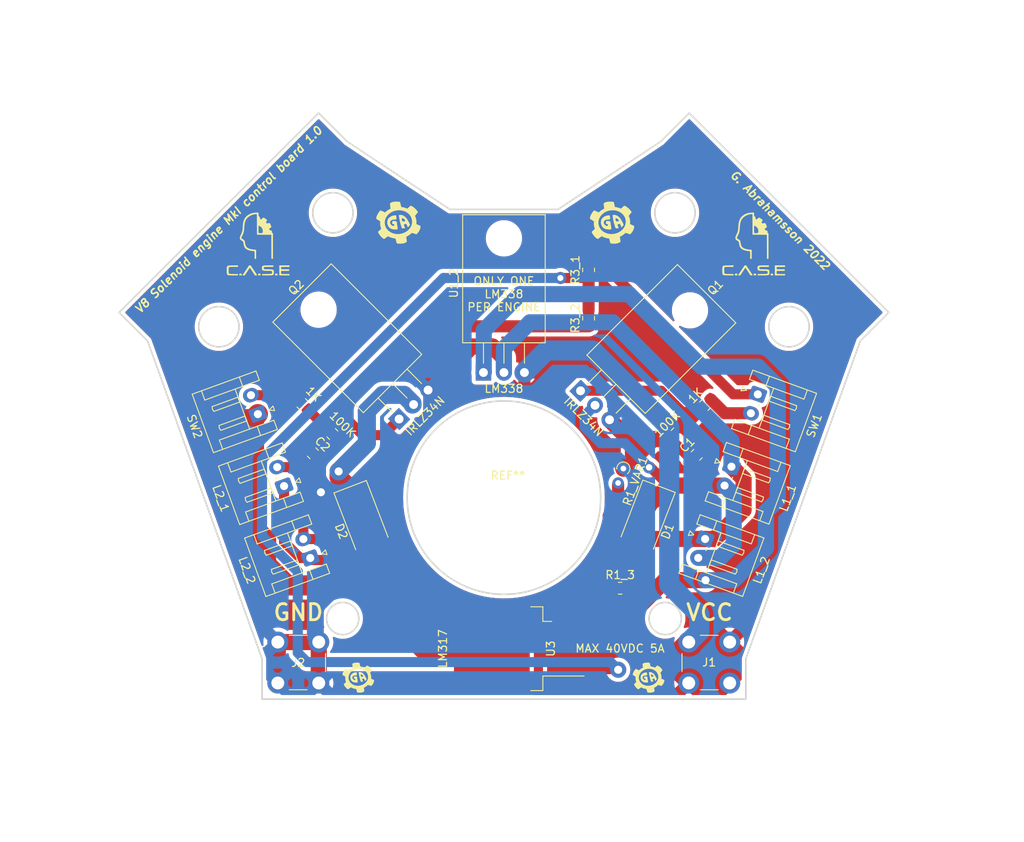
<source format=kicad_pcb>
(kicad_pcb (version 20211014) (generator pcbnew)
  (layers (0 "F.Cu" signal) (31 "B.Cu" signal) (34 "B.Paste" user) (35 "F.Paste" user) (36 "B.SilkS" user "B.Silkscreen") (37 "F.SilkS" user "F.Silkscreen") (38 "B.Mask" user) (39 "F.Mask" user) (44 "Edge.Cuts" user))
  (net 0 "")
  (net 1 "Net-(C1-Pad1)")
  (net 2 "GNDREF")
  (net 3 "Net-(D1-Pad1)")
  (net 4 "VCC")
  (net 5 "Net-(R1_SW1-Pad1)")
  (net 6 "Net-(C2-Pad1)")
  (net 7 "Vdrive")
  (net 8 "Net-(D2-Pad1)")
  (net 9 "Net-(R1_3-Pad1)")
  (net 10 "Net-(R2_SW1-Pad1)")
  (net 11 "VCOM")
  (net 12 "Net-(R3_1-Pad1)")
  (footprint "Resistor_SMD:R_0805_2012Metric_Pad1.20x1.40mm_HandSolder" (layer "F.Cu") (at 114.416198 111.500429)
    (fp_text reference "R1_3" (at 0 -1.65) (layer "F.SilkS"))
    (fp_text value "R1_3")
    (pad "1" smd roundrect (at -1 0) (size 1.2 1.4) (layers "F.Cu" "F.Paste" "F.Mask") (roundrect_rratio 0.2083333333) (net 9 "Net-(R1_3-Pad1)"))
    (pad "2" smd roundrect (at 1 0) (size 1.2 1.4) (layers "F.Cu" "F.Paste" "F.Mask") (roundrect_rratio 0.2083333333) (net 7 "Vdrive"))
  )
  (footprint "Diode_SMD:D_SMA-SMB_Universal_Handsoldering" (layer "F.Cu") (at 82.66 103.43 -69)
    (fp_text reference "D2" (at -0.073319 3.008241 -69) (layer "F.SilkS"))
    (fp_text value "DIODE")
    (pad "1" smd trapezoid (at -2.9 0 291) (size 3.6 1.7) (rect_delta 0.6 0) (layers "F.Cu" "F.Paste" "F.Mask") (net 8 "Net-(D2-Pad1)"))
    (pad "2" smd trapezoid (at 2.9 0 111) (size 3.6 1.7) (rect_delta 0.6 0) (layers "F.Cu" "F.Paste" "F.Mask") (net 7 "Vdrive"))
  )
  (footprint "Package_TO_SOT_THT:TO-220-3_Horizontal_TabDown" (layer "F.Cu") (at 87 90.5 45)
    (fp_text reference "Q2" (at 2.521775 -20.562298 225) (layer "F.SilkS"))
    (fp_text value "IRLZ34N" (at 2.54 2 45) (layer "F.SilkS"))
    (pad "" np_thru_hole oval (at 2.54 -16.66 45) (size 3.5 3.5) (drill 3.5) (layers *.Cu *.Mask))
    (pad "1" thru_hole rect (at 0 0 45) (size 1.905 2) (drill 1.1) (layers *.Cu *.Mask) (net 6 "Net-(C2-Pad1)"))
    (pad "2" thru_hole oval (at 2.54 0 45) (size 1.905 2) (drill 1.1) (layers *.Cu *.Mask) (net 8 "Net-(D2-Pad1)"))
    (pad "3" thru_hole oval (at 5.08 0 45) (size 1.905 2) (drill 1.1) (layers *.Cu *.Mask) (net 2 "GNDREF"))
  )
  (footprint "Diode_SMD:D_SMA-SMB_Universal_Handsoldering" (layer "F.Cu") (at 117.5 103.37 -111)
    (fp_text reference "D1" (at 0 -3 69) (layer "F.SilkS"))
    (fp_text value "DIODE" hide)
    (pad "1" smd trapezoid (at -2.9 0 249) (size 3.6 1.7) (rect_delta 0.6 0) (layers "F.Cu" "F.Paste" "F.Mask") (net 3 "Net-(D1-Pad1)"))
    (pad "2" smd trapezoid (at 2.9 0 69) (size 3.6 1.7) (rect_delta 0.6 0) (layers "F.Cu" "F.Paste" "F.Mask") (net 7 "Vdrive"))
  )
  (footprint "Resistor_SMD:R_0805_2012Metric_Pad1.20x1.40mm_HandSolder" (layer "F.Cu") (at 78.725038 92.351208 -45)
    (fp_text reference "R2" hide)
    (fp_text value "100K" (at 0.058811 -1.734517 -45) (layer "F.SilkS"))
    (pad "1" smd roundrect (at -1 0 315) (size 1.2 1.4) (layers "F.Cu" "F.Paste" "F.Mask") (roundrect_rratio 0.2083333333) (net 6 "Net-(C2-Pad1)"))
    (pad "2" smd roundrect (at 1 0 315) (size 1.2 1.4) (layers "F.Cu" "F.Paste" "F.Mask") (roundrect_rratio 0.2083333333) (net 2 "GNDREF"))
  )
  (footprint "GustavsLibrary:V8outline" (layer "F.Cu") (at 100 100)
    (fp_text reference "REF**" (at 0.5 -2.5 unlocked) (layer "F.SilkS"))
    (fp_text value "V8outline")
    (fp_line (start 19.445436 -43.935424) (end 6.69891 -35.509539) (layer "Edge.Cuts") (width 0.2))
    (fp_line (start -44.194174 -19.186686) (end -47.729708 -22.72222) (layer "Edge.Cuts") (width 0.2))
    (fp_line (start 19.445436 -43.935424) (end 22.98097 -47.470958) (layer "Edge.Cuts") (width 0.2))
    (fp_line (start 30 20.25875) (end 30 25.25875) (layer "Edge.Cuts") (width 0.2))
    (fp_line (start -30 20.25875) (end -44.194174 -19.186686) (layer "Edge.Cuts") (width 0.2))
    (fp_line (start 30 20.25875) (end 44.194174 -19.186686) (layer "Edge.Cuts") (width 0.2))
    (fp_line (start 44.194174 -19.186686) (end 47.729708 -22.72222) (layer "Edge.Cuts") (width 0.2))
    (fp_line (start -22.98097 -47.470958) (end -47.729708 -22.72222) (layer "Edge.Cuts") (width 0.2))
    (fp_line (start -19.445436 -43.935424) (end -6.69891 -35.509539) (layer "Edge.Cuts") (width 0.2))
    (fp_line (start -30 25.25875) (end 30 25.25875) (layer "Edge.Cuts") (width 0.2))
    (fp_line (start 22.98097 -47.470958) (end 47.729708 -22.72222) (layer "Edge.Cuts") (width 0.2))
    (fp_line (start -6.69891 -35.509539) (end 6.69891 -35.509539) (layer "Edge.Cuts") (width 0.2))
    (fp_line (start -30 20.25875) (end -30 25.25875) (layer "Edge.Cuts") (width 0.2))
    (fp_line (start -19.445436 -43.935424) (end -22.98097 -47.470958) (layer "Edge.Cuts") (width 0.2))
    (fp_circle (center 0 0.25875) (end 12 0.25875) (layer "Edge.Cuts") (width 0.2) (fill none))
    (fp_circle (center -20 15.25875) (end -18 15.25875) (layer "Edge.Cuts") (width 0.2) (fill none))
    (fp_circle (center 35.355339 -20.954453) (end 37.855339 -20.954453) (layer "Edge.Cuts") (width 0.2) (fill none))
    (fp_circle (center 20 15.25875) (end 22 15.25875) (layer "Edge.Cuts") (width 0.2) (fill none))
    (fp_circle (center -35.355339 -20.954453) (end -32.855339 -20.954453) (layer "Edge.Cuts") (width 0.2) (fill none))
    (fp_circle (center 21.213203 -35.096589) (end 23.713203 -35.096589) (layer "Edge.Cuts") (width 0.2) (fill none))
    (fp_circle (center -21.213203 -35.096589) (end -18.713203 -35.096589) (layer "Edge.Cuts") (width 0.2) (fill none))
  )
  (footprint "LOGO" (layer "F.Cu") (at 69.538669 69)
    (fp_text reference "G***" hide)
    (fp_text value "LOGO" hide)
  )
  (footprint "Resistor_SMD:R_0805_2012Metric_Pad1.20x1.40mm_HandSolder" (layer "F.Cu") (at 123.91 94.94 -135)
    (fp_text reference "C1" (at -0.026425 1.710121 45) (layer "F.SilkS"))
    (fp_text value "C")
    (pad "1" smd roundrect (at -1 0 225) (size 1.2 1.4) (layers "F.Cu" "F.Paste" "F.Mask") (roundrect_rratio 0.2083333333) (net 1 "Net-(C1-Pad1)"))
    (pad "2" smd roundrect (at 1 0 225) (size 1.2 1.4) (layers "F.Cu" "F.Paste" "F.Mask") (roundrect_rratio 0.2083333333) (net 2 "GNDREF"))
  )
  (footprint "Resistor_SMD:R_0805_2012Metric_Pad1.20x1.40mm_HandSolder" (layer "F.Cu") (at 124.94 88.76 -135)
    (fp_text reference "R1_SW1" hide)
    (fp_text value "1K" (at 0 1.65 45) (layer "F.SilkS"))
    (pad "1" smd roundrect (at -1 0 225) (size 1.2 1.4) (layers "F.Cu" "F.Paste" "F.Mask") (roundrect_rratio 0.2083333333) (net 5 "Net-(R1_SW1-Pad1)"))
    (pad "2" smd roundrect (at 1 0 225) (size 1.2 1.4) (layers "F.Cu" "F.Paste" "F.Mask") (roundrect_rratio 0.2083333333) (net 1 "Net-(C1-Pad1)"))
  )
  (footprint "Connector_JST:JST_EH_S2B-EH_1x02_P2.50mm_Horizontal" (layer "F.Cu") (at 75.980726 107.745364 110)
    (fp_text reference "L2_2" (at 1.25 -7.9 110) (layer "F.SilkS"))
    (fp_text value "L")
    (pad "1" thru_hole roundrect (at 0 0 110) (size 1.7 2) (drill 1) (layers *.Cu *.Mask) (roundrect_rratio 0.1470588235) (net 7 "Vdrive"))
    (pad "2" thru_hole oval (at 2.5 0 110) (size 1.7 2) (drill 1) (layers *.Cu *.Mask) (net 8 "Net-(D2-Pad1)"))
  )
  (footprint "Connector:CalTest_CT3151" (layer "F.Cu") (at 71.954299 118.179485)
    (fp_text reference "J2" (at 2.5345 2.57484) (layer "F.SilkS"))
    (fp_text value "GND 4mm banana CT3151")
    (pad "1" thru_hole circle (at 0 5.08) (size 2.6 2.6) (drill 1.6) (layers *.Cu *.Mask) (net 2 "GNDREF"))
    (pad "1" thru_hole circle (at 5.08 0) (size 2.6 2.6) (drill 1.6) (layers *.Cu *.Mask) (net 2 "GNDREF"))
    (pad "1" thru_hole circle (at 0 0) (size 2.6 2.6) (drill 1.6) (layers *.Cu *.Mask) (net 2 "GNDREF"))
    (pad "1" thru_hole circle (at 5.08 5.08) (size 2.6 2.6) (drill 1.6) (layers *.Cu *.Mask) (net 2 "GNDREF"))
  )
  (footprint "Connector_JST:JST_EH_S2B-EH_1x02_P2.50mm_Horizontal" (layer "F.Cu") (at 128.218033 96.410198 -110)
    (fp_text reference "L1_1" (at 1.25 -7.9 70) (layer "F.SilkS"))
    (fp_text value "L")
    (pad "1" thru_hole roundrect (at 0 0 250) (size 1.7 2) (drill 1) (layers *.Cu *.Mask) (roundrect_rratio 0.1470588235) (net 7 "Vdrive"))
    (pad "2" thru_hole oval (at 2.5 0 250) (size 1.7 2) (drill 1) (layers *.Cu *.Mask) (net 3 "Net-(D1-Pad1)"))
  )
  (footprint "LOGO" (layer "F.Cu") (at 118 122.5)
    (fp_text reference "G***" hide)
    (fp_text value "LOGO" hide)
  )
  (footprint "LOGO" (layer "F.Cu") (at 87 66)
    (fp_text reference "G***" hide)
    (fp_text value "LOGO" hide)
  )
  (footprint "Package_TO_SOT_THT:TO-220-3_Horizontal_TabDown" (layer "F.Cu") (at 97.46 84.73)
    (fp_text reference "U1_2" (at -3.681884 -11.100581 90) (layer "F.SilkS"))
    (fp_text value "LM338" (at 2.54 2) (layer "F.SilkS"))
    (pad "" np_thru_hole oval (at 2.54 -16.66) (size 3.5 3.5) (drill 3.5) (layers *.Cu *.Mask))
    (pad "1" thru_hole rect (at 0 0) (size 1.905 2) (drill 1.1) (layers *.Cu *.Mask) (net 9 "Net-(R1_3-Pad1)"))
    (pad "2" thru_hole oval (at 2.54 0) (size 1.905 2) (drill 1.1) (layers *.Cu *.Mask) (net 7 "Vdrive"))
    (pad "3" thru_hole oval (at 5.08 0) (size 1.905 2) (drill 1.1) (layers *.Cu *.Mask) (net 4 "VCC"))
  )
  (footprint "Resistor_SMD:R_0805_2012Metric_Pad1.20x1.40mm_HandSolder" (layer "F.Cu") (at 110.5 78 90)
    (fp_text reference "R3_2" (at 0 -1.65 90) (layer "F.SilkS"))
    (fp_text value "R3_2")
    (pad "1" smd roundrect (at -1 0 90) (size 1.2 1.4) (layers "F.Cu" "F.Paste" "F.Mask") (roundrect_rratio 0.2083333333) (net 2 "GNDREF"))
    (pad "2" smd roundrect (at 1 0 90) (size 1.2 1.4) (layers "F.Cu" "F.Paste" "F.Mask") (roundrect_rratio 0.2083333333) (net 12 "Net-(R3_1-Pad1)"))
  )
  (footprint "Resistor_THT:R_Axial_DIN0204_L3.6mm_D1.6mm_P1.90mm_Vertical" (layer "F.Cu") (at 114.809528 96.649578 -110)
    (fp_text reference "R1_VAR1" (at 0.95 -1.92 70) (layer "F.SilkS"))
    (fp_text value "R_Variable")
    (pad "1" thru_hole circle (at 0 0 250) (size 1.4 1.4) (drill 0.7) (layers *.Cu *.Mask) (net 2 "GNDREF"))
    (pad "2" thru_hole oval (at 1.9 0 250) (size 1.4 1.4) (drill 0.7) (layers *.Cu *.Mask) (net 9 "Net-(R1_3-Pad1)"))
  )
  (footprint "Connector_JST:JST_EH_S2B-EH_1x02_P2.50mm_Horizontal" (layer "F.Cu") (at 69.482343 89.891204 110)
    (fp_text reference "SW2" (at 1.25 -7.9 110) (layer "F.SilkS"))
    (fp_text value "SW_SPST")
    (pad "1" thru_hole roundrect (at 0 0 110) (size 1.7 2) (drill 1) (layers *.Cu *.Mask) (roundrect_rratio 0.1470588235) (net 11 "VCOM"))
    (pad "2" thru_hole oval (at 2.5 0 110) (size 1.7 2) (drill 1) (layers *.Cu *.Mask) (net 10 "Net-(R2_SW1-Pad1)"))
  )
  (footprint "Resistor_SMD:R_0805_2012Metric_Pad1.20x1.40mm_HandSolder" (layer "F.Cu") (at 75.017931 88.644101 -45)
    (fp_text reference "R2_SW1" hide)
    (fp_text value "1K" (at 0.09283 -1.841543 135) (layer "F.SilkS"))
    (pad "1" smd roundrect (at -1 0 315) (size 1.2 1.4) (layers "F.Cu" "F.Paste" "F.Mask") (roundrect_rratio 0.2083333333) (net 10 "Net-(R2_SW1-Pad1)"))
    (pad "2" smd roundrect (at 1 0 315) (size 1.2 1.4) (layers "F.Cu" "F.Paste" "F.Mask") (roundrect_rratio 0.2083333333) (net 6 "Net-(C2-Pad1)"))
  )
  (footprint "Connector:CalTest_CT3151" (layer "F.Cu") (at 128 123.259485 180)
    (fp_text reference "J1" (at 2.551316 2.562401) (layer "F.SilkS"))
    (fp_text value "VCC 4mm banana CT3151")
    (pad "1" thru_hole circle (at 5.08 0 180) (size 2.6 2.6) (drill 1.6) (layers *.Cu *.Mask) (net 4 "VCC"))
    (pad "1" thru_hole circle (at 5.08 5.08 180) (size 2.6 2.6) (drill 1.6) (layers *.Cu *.Mask) (net 4 "VCC"))
    (pad "1" thru_hole circle (at 0 0 180) (size 2.6 2.6) (drill 1.6) (layers *.Cu *.Mask) (net 4 "VCC"))
    (pad "1" thru_hole circle (at 0 5.08 180) (size 2.6 2.6) (drill 1.6) (layers *.Cu *.Mask) (net 4 "VCC"))
  )
  (footprint "Package_TO_SOT_THT:TO-220-3_Horizontal_TabDown" (layer "F.Cu") (at 109.5 87 -45)
    (fp_text reference "Q1" (at 2.753858 -20.89861 45) (layer "F.SilkS"))
    (fp_text value "IRLZ34N" (at 2.54 2 135) (layer "F.SilkS"))
    (pad "" np_thru_hole oval (at 2.54 -16.66 315) (size 3.5 3.5) (drill 3.5) (layers *.Cu *.Mask))
    (pad "1" thru_hole rect (at 0 0 315) (size 1.905 2) (drill 1.1) (layers *.Cu *.Mask) (net 1 "Net-(C1-Pad1)"))
    (pad "2" thru_hole oval (at 2.54 0 315) (size 1.905 2) (drill 1.1) (layers *.Cu *.Mask) (net 3 "Net-(D1-Pad1)"))
    (pad "3" thru_hole oval (at 5.08 0 315) (size 1.905 2) (drill 1.1) (layers *.Cu *.Mask) (net 2 "GNDREF"))
  )
  (footprint "Resistor_SMD:R_0805_2012Metric_Pad1.20x1.40mm_HandSolder" (layer "F.Cu") (at 76.307378 94.746197 -45)
    (fp_text reference "C2" (at 0.039167 -1.641374 -45) (layer "F.SilkS"))
    (fp_text value "C")
    (pad "1" smd roundrect (at -1 0 315) (size 1.2 1.4) (layers "F.Cu" "F.Paste" "F.Mask") (roundrect_rratio 0.2083333333) (net 6 "Net-(C2-Pad1)"))
    (pad "2" smd roundrect (at 1 0 315) (size 1.2 1.4) (layers "F.Cu" "F.Paste" "F.Mask") (roundrect_rratio 0.2083333333) (net 2 "GNDREF"))
  )
  (footprint "Connector_JST:JST_EH_S2B-EH_1x02_P2.50mm_Horizontal" (layer "F.Cu") (at 72.731534 98.818284 110)
    (fp_text reference "L2_1" (at 1.25 -7.9 110) (layer "F.SilkS"))
    (fp_text value "L")
    (pad "1" thru_hole roundrect (at 0 0 110) (size 1.7 2) (drill 1) (layers *.Cu *.Mask) (roundrect_rratio 0.1470588235) (net 7 "Vdrive"))
    (pad "2" thru_hole oval (at 2.5 0 110) (size 1.7 2) (drill 1) (layers *.Cu *.Mask) (net 8 "Net-(D2-Pad1)"))
  )
  (footprint "Package_TO_SOT_SMD:TO-263-2" (layer "F.Cu") (at 101.875 119 180)
    (fp_text reference "U3" (at -3.93 0 90) (layer "F.SilkS"))
    (fp_text value "LM317" (at 9.45 0 90) (layer "F.SilkS"))
    (pad "1" smd rect (at -5.775 -2.54 180) (size 4.6 1.1) (layers "F.Cu" "F.Paste" "F.Mask") (net 12 "Net-(R3_1-Pad1)"))
    (pad "2" smd rect (at 3.375 0 180) (size 9.4 10.8) (layers "F.Cu" "F.Mask") (net 11 "VCOM"))
    (pad "3" smd rect (at -5.775 2.54 180) (size 4.6 1.1) (layers "F.Cu" "F.Paste" "F.Mask") (net 4 "VCC"))
  )
  (footprint "Connector_JST:JST_EH_S2B-EH_1x02_P2.50mm_Horizontal" (layer "F.Cu") (at 131.484325 87.436132 -110)
    (fp_text reference "SW1" (at 1.25 -7.9 70) (layer "F.SilkS"))
    (fp_text value "SW_SPST" hide)
    (pad "1" thru_hole roundrect (at 0 0 250) (size 1.7 2) (drill 1) (layers *.Cu *.Mask) (roundrect_rratio 0.1470588235) (net 11 "VCOM"))
    (pad "2" thru_hole oval (at 2.5 0 250) (size 1.7 2) (drill 1) (layers *.Cu *.Mask) (net 5 "Net-(R1_SW1-Pad1)"))
  )
  (footprint "LOGO" (layer "F.Cu") (at 113.5 66)
    (fp_text reference "G***" hide)
    (fp_text value "LOGO" hide)
  )
  (footprint "Connector_JST:JST_EH_S2B-EH_1x02_P2.50mm_Horizontal" (layer "F.Cu") (at 124.951741 105.384262 -110)
    (fp_text reference "L1_2" (at 1.25 -7.9 70) (layer "F.SilkS"))
    (fp_text value "L")
    (pad "1" thru_hole roundrect (at 0 0 250) (size 1.7 2) (drill 1) (layers *.Cu *.Mask) (roundrect_rratio 0.1470588235) (net 7 "Vdrive"))
    (pad "2" thru_hole oval (at 2.5 0 250) (size 1.7 2) (drill 1) (layers *.Cu *.Mask) (net 3 "Net-(D1-Pad1)"))
  )
  (footprint "LOGO" (layer "F.Cu") (at 131 69)
    (fp_text reference "G***" hide)
    (fp_text value "LOGO" hide)
  )
  (footprint "Resistor_SMD:R_0805_2012Metric_Pad1.20x1.40mm_HandSolder" (layer "F.Cu") (at 121.41 92.29 -135)
    (fp_text reference "R1" hide)
    (fp_text value "100K" (at 0 1.65 45) (layer "F.SilkS"))
    (pad "1" smd roundrect (at -1 0 225) (size 1.2 1.4) (layers "F.Cu" "F.Paste" "F.Mask") (roundrect_rratio 0.2083333333) (net 1 "Net-(C1-Pad1)"))
    (pad "2" smd roundrect (at 1 0 225) (size 1.2 1.4) (layers "F.Cu" "F.Paste" "F.Mask") (roundrect_rratio 0.2083333333) (net 2 "GNDREF"))
  )
  (footprint "Resistor_SMD:R_0805_2012Metric_Pad1.20x1.40mm_HandSolder" (layer "F.Cu") (at 110.5 72 90)
    (fp_text reference "R3_1" (at 0 -1.65 90) (layer "F.SilkS"))
    (fp_text value "R1_1")
    (pad "1" smd roundrect (at -1 0 90) (size 1.2 1.4) (layers "F.Cu" "F.Paste" "F.Mask") (roundrect_rratio 0.2083333333) (net 12 "Net-(R3_1-Pad1)"))
    (pad "2" smd roundrect (at 1 0 90) (size 1.2 1.4) (layers "F.Cu" "F.Paste" "F.Mask") (roundrect_rratio 0.2083333333) (net 11 "VCOM"))
  )
  (footprint "LOGO" (layer "F.Cu") (at 82 122.5)
    (fp_text reference "G***" hide)
    (fp_text value "LOGO" hide)
  )
  (gr_text "ONLY ONE\nLM338\nPER ENGINE" (at 100 75) (layer "F.SilkS") (effects (font (size 1 1))))
  (gr_text "GND" (at 74.5 114.5) (layer "F.SilkS") (effects (font (size 2 2) (thickness 0.35))))
  (gr_text "V8 Solenoid engine MkI control board 1.0\n" (at 65.860688 65.762428 45) (layer "F.SilkS") (effects (font (size 1 1) (thickness 0.2) italic)))
  (gr_text "VCC" (at 125.5 114.5) (layer "F.SilkS") (effects (font (size 2 2) (thickness 0.35))))
  (gr_text "G. Abrahamsson 2022" (at 134.256445 65.85802 -45) (layer "F.SilkS") (effects (font (size 1 1) (thickness 0.2) italic)))
  (gr_text "MAX 40VDC 5A" (at 114.395021 118.971562) (layer "F.SilkS") (effects (font (size 1 1))))
  (segment (start 122.117107 91.582893) (end 122.117107 89.617107) (width 1.25) (layer "F.Cu") (net 1))
  (segment (start 124.232893 89.467107) (end 124.082893 89.617107) (width 1.25) (layer "F.Cu") (net 1))
  (segment (start 122.117107 89.617107) (end 119.485443 86.985443) (width 1.25) (layer "F.Cu") (net 1))
  (segment (start 124.082893 89.617107) (end 122.117107 89.617107) (width 1.25) (layer "F.Cu") (net 1))
  (segment (start 109.514557 86.985443) (end 109.5 87) (width 1.25) (layer "F.Cu") (net 1))
  (segment (start 124.232893 89.467107) (end 122.117107 91.582893) (width 1.5) (layer "F.Cu") (net 1))
  (segment (start 119.485443 86.985443) (end 109.514557 86.985443) (width 1.25) (layer "F.Cu") (net 1))
  (segment (start 124.617107 94.232893) (end 124.617107 94.082893) (width 1.25) (layer "F.Cu") (net 1))
  (segment (start 124.617107 94.082893) (end 122.117107 91.582893) (width 1.25) (layer "F.Cu") (net 1))
  (segment (start 90.592102 82.407898) (end 94 79) (width 1.5) (layer "F.Cu") (net 2))
  (segment (start 118.461999 92.997107) (end 114.809528 96.649578) (width 2) (layer "F.Cu") (net 2))
  (segment (start 77.014485 95.453304) (end 77.037156 95.453304) (width 1.25) (layer "F.Cu") (net 2))
  (segment (start 118.459106 93) (end 118.461999 92.997107) (width 2) (layer "F.Cu") (net 2))
  (segment (start 77.034299 118.179485) (end 77.034299 123.259485) (width 2) (layer "F.Cu") (net 2))
  (segment (start 115.5 93) (end 118.459106 93) (width 2) (layer "F.Cu") (net 2))
  (segment (start 71.954299 123.259485) (end 71.954299 118.179485) (width 2) (layer "F.Cu") (net 2))
  (segment (start 77.037156 95.453304) (end 79.432145 93.058315) (width 1.25) (layer "F.Cu") (net 2))
  (segment (start 77.301168 95.739987) (end 77.014485 95.453304) (width 1.25) (layer "F.Cu") (net 2))
  (segment (start 116 95.459106) (end 116 93) (width 2) (layer "F.Cu") (net 2))
  (segment (start 113.092102 90.592102) (end 115.5 93) (width 2) (layer "F.Cu") (net 2))
  (segment (start 123.202893 95.497107) (end 120.702893 92.997107) (width 1.25) (layer "F.Cu") (net 2))
  (segment (start 114.809528 96.649578) (end 116 95.459106) (width 2) (layer "F.Cu") (net 2))
  (segment (start 120.702893 92.997107) (end 118.461999 92.997107) (width 2) (layer "F.Cu") (net 2))
  (segment (start 71.954299 123.259485) (end 77.034299 123.259485) (width 2) (layer "F.Cu") (net 2))
  (segment (start 77.301168 99.589168) (end 77.301168 95.739987) (width 1.25) (layer "F.Cu") (net 2))
  (segment (start 90.592102 86.907898) (end 90.592102 82.407898) (width 1.5) (layer "F.Cu") (net 2))
  (segment (start 94 79) (end 110.5 79) (width 1.5) (layer "F.Cu") (net 2))
  (segment (start 71.954299 118.179485) (end 77.034299 118.179485) (width 2) (layer "F.Cu") (net 2))
  (segment (start 123.202893 95.647107) (end 123.202893 95.497107) (width 1.25) (layer "F.Cu") (net 2))
  (via (at 77.301168 99.589168) (size 2) (drill 1) (layers "F.Cu" "B.Cu") (net 2))
  (segment (start 90.592102 86.907898) (end 106.092102 86.907898) (width 1.25) (layer "B.Cu") (net 2))
  (segment (start 85.5 96.5) (end 86.684202 95.315798) (width 1.25) (layer "B.Cu") (net 2))
  (segment (start 84.309529 97.809529) (end 84.25 97.75) (width 1.25) (layer "B.Cu") (net 2))
  (segment (start 86.684202 97.410743) (end 86.684202 95.315798) (width 1.25) (layer "B.Cu") (net 2))
  (segment (start 90.606659 86.922455) (end 90.592102 86.907898) (width 1.25) (layer "B.Cu") (net 2))
  (segment (start 85.809529 96.809529) (end 85.5 96.5) (width 1.25) (layer "B.Cu") (net 2))
  (segment (start 81.5 111.5) (end 85.809529 107.190471) (width 1.25) (layer "B.Cu") (net 2))
  (segment (start 85.809529 98.285416) (end 86.684202 97.410743) (width 1.25) (layer "B.Cu") (net 2))
  (segment (start 79.5 111.5) (end 81.5 111.5) (width 1.25) (layer "B.Cu") (net 2))
  (segment (start 82.410832 99.589168) (end 84.25 97.75) (width 1.25) (layer "B.Cu") (net 2))
  (segment (start 85.809529 107.190471) (end 85.809529 98.285416) (width 1.25) (layer "B.Cu") (net 2))
  (segment (start 77.034299 113.965701) (end 79.5 111.5) (width 1.25) (layer "B.Cu") (net 2))
  (segment (start 84.25 97.75) (end 85.5 96.5) (width 1.25) (layer "B.Cu") (net 2))
  (segment (start 77.034299 118.179485) (end 77.034299 113.965701) (width 1.25) (layer "B.Cu") (net 2))
  (segment (start 89 92.5) (end 90.606659 90.893341) (width 1.25) (layer "B.Cu") (net 2))
  (segment (start 77.301168 99.589168) (end 82.410832 99.589168) (width 1.25) (layer "B.Cu") (net 2))
  (segment (start 90.606659 90.893341) (end 90.606659 86.922455) (width 1.25) (layer "B.Cu") (net 2))
  (segment (start 89 93) (end 89 92.5) (width 1.25) (layer "B.Cu") (net 2))
  (segment (start 85.809529 97.809529) (end 85.809529 96.809529) (width 1.25) (layer "B.Cu") (net 2))
  (segment (start 106.092102 86.907898) (end 108.205146 84.794854) (width 1.25) (layer "B.Cu") (net 2))
  (segment (start 86.684202 95.315798) (end 89 93) (width 1.25) (layer "B.Cu") (net 2))
  (segment (start 108.205146 84.794854) (end 110.794854 84.794854) (width 1.25) (layer "B.Cu") (net 2))
  (segment (start 113.5 87.5) (end 113.5 90.184204) (width 1.25) (layer "B.Cu") (net 2))
  (segment (start 110.794854 84.794854) (end 113.5 87.5) (width 1.25) (layer "B.Cu") (net 2))
  (segment (start 85.809529 98.285416) (end 85.809529 97.809529) (width 1.25) (layer "B.Cu") (net 2))
  (segment (start 113.5 90.184204) (end 113.092102 90.592102) (width 1.25) (layer "B.Cu") (net 2))
  (segment (start 85.809529 97.809529) (end 84.309529 97.809529) (width 1.25) (layer "B.Cu") (net 2))
  (segment (start 118.183024 96.5) (end 120.442454 98.75943) (width 1.25) (layer "F.Cu") (net 3))
  (segment (start 118.539267 100.662617) (end 120.442454 98.75943) (width 2) (layer "F.Cu") (net 3))
  (segment (start 120.442454 98.75943) (end 122.24057 98.75943) (width 2) (layer "F.Cu") (net 3))
  (segment (start 118 96.5) (end 118.183024 96.5) (width 1.25) (layer "F.Cu") (net 3))
  (segment (start 122.24057 98.75943) (end 127.362983 98.75943) (width 2) (layer "F.Cu") (net 3))
  (via (at 118 96.5) (size 1.5) (drill 0.8) (layers "F.Cu" "B.Cu") (net 3))
  (segment (start 110 91.5) (end 110 90.092102) (width 1.25) (layer "B.Cu") (net 3))
  (segment (start 128.5 99.896447) (end 127.362983 98.75943) (width 2) (layer "B.Cu") (net 3))
  (segment (start 112 93.5) (end 110 91.5) (width 1.25) (layer "B.Cu") (net 3))
  (segment (start 126.805737 107.733494) (end 128.5 106.039231) (width 2) (layer "B.Cu") (net 3))
  (segment (start 110 90.092102) (end 111.296051 88.796051) (width 1.25) (layer "B.Cu") (net 3))
  (segment (start 115 93.5) (end 112 93.5) (width 1.25) (layer "B.Cu") (net 3))
  (segment (start 118 96.5) (end 115 93.5) (width 1.25) (layer "B.Cu") (net 3))
  (segment (start 124.096691 107.733494) (end 126.805737 107.733494) (width 2) (layer "B.Cu") (net 3))
  (segment (start 128.5 106.039231) (end 128.5 99.896447) (width 2) (layer "B.Cu") (net 3))
  (segment (start 119 120.5) (end 114.96 116.46) (width 2.5) (layer "F.Cu") (net 4))
  (segment (start 122.92 121.92) (end 122.92 118.179485) (width 2) (layer "F.Cu") (net 4))
  (segment (start 114.96 116.46) (end 107 116.46) (width 2.5) (layer "F.Cu") (net 4))
  (segment (start 121.887218 122.226703) (end 121.887218 120.670501) (width 2) (layer "F.Cu") (net 4))
  (segment (start 128 118.179485) (end 128 123.259485) (width 2) (layer "F.Cu") (net 4))
  (segment (start 122.92 123.259485) (end 121.887218 122.226703) (width 2) (layer "F.Cu") (net 4))
  (segment (start 122.92 118.179485) (end 120.599485 120.5) (width 2.5) (layer "F.Cu") (net 4))
  (segment (start 128 118.179485) (end 122.92 118.179485) (width 2) (layer "F.Cu") (net 4))
  (segment (start 122.92 123.259485) (end 128 123.259485) (width 2) (layer "F.Cu") (net 4))
  (segment (start 122.92 118.179485) (end 121.62 119.479485) (width 2) (layer "F.Cu") (net 4))
  (segment (start 120.599485 120.5) (end 119 120.5) (width 2.5) (layer "F.Cu") (net 4))
  (segment (start 120.5 111.032377) (end 120.5 91.5) (width 2.5) (layer "B.Cu") (net 4))
  (segment (start 111 82) (end 105.27 82) (width 2.5) (layer "B.Cu") (net 4))
  (segment (start 120.5 91.5) (end 111 82) (width 2.5) (layer "B.Cu") (net 4))
  (segment (start 105.27 82) (end 102.54 84.73) (width 2.5) (layer "B.Cu") (net 4))
  (segment (start 122.92 118.179485) (end 124.22 116.879485) (width 2.5) (layer "B.Cu") (net 4))
  (segment (start 124.22 114.752377) (end 120.5 111.032377) (width 2.5) (layer "B.Cu") (net 4))
  (segment (start 124.22 116.879485) (end 124.22 114.752377) (width 2.5) (layer "B.Cu") (net 4))
  (segment (start 127.379578 89.785364) (end 125.647107 88.052893) (width 1.5) (layer "F.Cu") (net 5))
  (segment (start 130.629275 89.785364) (end 127.379578 89.785364) (width 1.5) (layer "F.Cu") (net 5))
  (segment (start 80.5 90.5) (end 82.5 92.5) (width 1.25) (layer "F.Cu") (net 6))
  (segment (start 85 92.5) (end 87 90.5) (width 1.25) (layer "F.Cu") (net 6))
  (segment (start 79.5 90.5) (end 80.5 90.5) (width 1.25) (layer "F.Cu") (net 6))
  (segment (start 75.600271 94.03909) (end 75.622942 94.03909) (width 1.25) (layer "F.Cu") (net 6))
  (segment (start 78.017931 91.644101) (end 78.355899 91.644101) (width 1.25) (layer "F.Cu") (net 6))
  (segment (start 78.017931 91.644101) (end 75.725038 89.351208) (width 1.25) (layer "F.Cu") (net 6))
  (segment (start 78.355899 91.644101) (end 79.5 90.5) (width 1.25) (layer "F.Cu") (net 6))
  (segment (start 82.5 92.5) (end 85 92.5) (width 1.25) (layer "F.Cu") (net 6))
  (segment (start 75.622942 94.03909) (end 78.017931 91.644101) (width 1.25) (layer "F.Cu") (net 6))
  (segment (start 96 81.5) (end 98.581522 81.5) (width 2) (layer "F.Cu") (net 7))
  (segment (start 83.699267 106.137383) (end 81.83665 108) (width 1.25) (layer "F.Cu") (net 7))
  (segment (start 84.31174 96.68826) (end 94.5 86.5) (width 2) (layer "F.Cu") (net 7))
  (segment (start 115.416198 107.583802) (end 115.5 107.5) (width 1.25) (layer "F.Cu") (net 7))
  (segment (start 94.5 86.5) (end 94.5 83) (width 2) (layer "F.Cu") (net 7))
  (segment (start 115.416198 109.083802) (end 115.416198 107.583802) (width 1.25) (layer "F.Cu") (net 7))
  (segment (start 81.83665 108) (end 76.235362 108) (width 1.25) (layer "F.Cu") (net 7))
  (segment (start 98.581522 81.5) (end 100 82.918478) (width 2) (layer "F.Cu") (net 7))
  (segment (start 126.115738 105.384262) (end 124.951741 105.384262) (width 2) (layer "F.Cu") (net 7))
  (segment (start 115.416198 111.500429) (end 115.416198 107.121918) (width 2) (layer "F.Cu") (net 7))
  (segment (start 94.5 83) (end 96 81.5) (width 2) (layer "F.Cu") (net 7))
  (segment (start 84.31174 105.52491) (end 84.31174 96.68826) (width 2) (layer "F.Cu") (net 7))
  (segment (start 128.218033 96.410198) (end 129.72021 97.912375) (width 2) (layer "F.Cu") (net 7))
  (segment (start 72.731534 98.818284) (end 72.731534 105.75505) (width 1.25) (layer "F.Cu") (net 7))
  (segment (start 83.699267 106.137383) (end 84.31174 105.52491) (width 2) (layer "F.Cu") (net 7))
  (segment (start 129.72021 101.77979) (end 126.115738 105.384262) (width 2) (layer "F.Cu") (net 7))
  (segment (start 81.83665 108) (end 82.878568 108) (width 1.25) (layer "F.Cu") (net 7))
  (segment (start 116.460733 106.077383) (end 116.460733 108.039267) (width 1.25) (layer "F.Cu") (net 7))
  (segment (start 117.153854 105.384262) (end 124.951741 105.384262) (width 2) (layer "F.Cu") (net 7))
  (segment (start 116.460733 106.077383) (end 117.153854 105.384262) (width 2) (layer "F.Cu") (net 7))
  (segment (start 76.235362 108) (end 75.980726 107.745364) (width 1.25) (layer "F.Cu") (net 7))
  (segment (start 100 82.918478) (end 100 84.73) (width 2) (layer "F.Cu") (net 7))
  (segment (start 72.731534 105.75505) (end 74.721848 107.745364) (width 1.25) (layer "F.Cu") (net 7))
  (segment (start 74.721848 107.745364) (end 75.980726 107.745364) (width 1.25) (layer "F.Cu") (net 7))
  (segment (start 115.416198 107.121918) (end 116.460733 106.077383) (width 2) (layer "F.Cu") (net 7))
  (segment (start 116.460733 108.039267) (end 115.416198 109.083802) (width 1.25) (layer "F.Cu") (net 7))
  (segment (start 115.416198 111.500429) (end 115.416198 109.083802) (width 1.25) (layer "F.Cu") (net 7))
  (segment (start 129.72021 97.912375) (end 129.72021 101.77979) (width 2) (layer "F.Cu") (net 7))
  (segment (start 100 81.73) (end 103.23 78.5) (width 2) (layer "B.Cu") (net 7))
  (segment (start 128.218033 93.218033) (end 128.218033 96.410198) (width 2) (layer "B.Cu") (net 7))
  (segment (start 103.23 78.5) (end 113.5 78.5) (width 2) (layer "B.Cu") (net 7))
  (segment (start 100 84.73) (end 100 81.73) (width 2) (layer "B.Cu") (net 7))
  (segment (start 113.5 78.5) (end 128.218033 93.218033) (width 2) (layer "B.Cu") (net 7))
  (segment (start 79.5 97.697304) (end 79.5 97) (width 2.25) (layer "F.Cu") (net 8))
  (segment (start 74.469052 96.469052) (end 75.125676 97.125676) (width 1.25) (layer "F.Cu") (net 8))
  (segment (start 81.620733 99.818037) (end 79.5 97.697304) (width 2.25) (layer "F.Cu") (net 8))
  (segment (start 75.125676 105.396132) (end 76.947218 105.396132) (width 1.25) (layer "F.Cu") (net 8))
  (segment (start 76.947218 105.396132) (end 81.620733 100.722617) (width 1.25) (layer "F.Cu") (net 8))
  (segment (start 75.125676 97.125676) (end 75.125676 105.396132) (width 1.25) (layer "F.Cu") (net 8))
  (segment (start 71.876484 96.469052) (end 74.469052 96.469052) (width 1.25) (layer "F.Cu") (net 8))
  (segment (start 81.620733 100.722617) (end 81.620733 99.818037) (width 2.25) (layer "F.Cu") (net 8))
  (via (at 79.5 97) (size 2) (drill 1) (layers "F.Cu" "B.Cu") (net 8))
  (segment (start 87.592102 87.5) (end 88.657139 88.565037) (width 2.25) (layer "B.Cu") (net 8))
  (segment (start 83 89.5) (end 85 87.5) (width 2.25) (layer "B.Cu") (net 8))
  (segment (start 88.657139 88.565037) (end 88.657139 88.703949) (width 2.25) (layer "B.Cu") (net 8))
  (segment (start 85 87.5) (end 87.592102 87.5) (width 2.25) (layer "B.Cu") (net 8))
  (segment (start 79.5 97) (end 83 93.5) (width 2.25) (layer "B.Cu") (net 8))
  (segment (start 83 93.5) (end 83 89.5) (width 2.25) (layer "B.Cu") (net 8))
  (segment (start 114.15969 101.34031) (end 114.15969 98.599098) (width 1.5) (layer "F.Cu") (net 9))
  (segment (start 113 111.084231) (end 113 102.5) (width 1.5) (layer "F.Cu") (net 9))
  (segment (start 113.216678 112.897106) (end 113.216678 111.500429) (width 2) (layer "F.Cu") (net 9))
  (segment (start 125 110.5) (end 120 110.5) (width 2) (layer "F.Cu") (net 9))
  (segment (start 114.15969 98.434994) (end 114.15969 101.34031) (width 1.25) (layer "F.Cu") (net 9))
  (segment (start 114.170582 113.85101) (end 113.216678 112.897106) (width 2) (layer "F.Cu") (net 9))
  (segment (start 116.64899 113.85101) (end 114.170582 113.85101) (width 2) (layer "F.Cu") (net 9))
  (segment (start 120 110.5) (end 116.64899 113.85101) (width 2) (layer "F.Cu") (net 9))
  (segment (start 114.15969 101.34031) (end 113 102.5) (width 1.5) (layer "F.Cu") (net 9))
  (segment (start 113.416198 111.500429) (end 113 111.084231) (width 1.5) (layer "F.Cu") (net 9))
  (via (at 125 110.5) (size 2) (drill 1) (layers "F.Cu" "B.Cu") (net 9))
  (segment (start 132.5 102) (end 133.961763 100.538237) (width 2) (layer "B.Cu") (net 9))
  (segment (start 132.5 106.5) (end 132.5 102) (width 2) (layer "B.Cu") (net 9))
  (segment (start 102 75) (end 97.5 79.5) (width 2) (layer "B.Cu") (net 9))
  (segment (start 124.5 84) (end 115.5 75) (width 2) (layer "B.Cu") (net 9))
  (segment (start 133.961763 86.479571) (end 131.482192 84) (width 2) (layer "B.Cu") (net 9))
  (segment (start 115.5 75) (end 102 75) (width 2) (layer "B.Cu") (net 9))
  (segment (start 97.5 84.69) (end 97.46 84.73) (width 2) (layer "B.Cu") (net 9))
  (segment (start 131.482192 84) (end 124.5 84) (width 2) (layer "B.Cu") (net 9))
  (segment (start 128.5 110.5) (end 132.5 106.5) (width 2) (layer "B.Cu") (net 9))
  (segment (start 133.961763 100.538237) (end 133.961763 86.479571) (width 2) (layer "B.Cu") (net 9))
  (segment (start 97.5 79.5) (end 97.5 84.69) (width 2) (layer "B.Cu") (net 9))
  (segment (start 125 110.5) (end 128.5 110.5) (width 2) (layer "B.Cu") (net 9))
  (segment (start 68.627293 87.541972) (end 73.915802 87.541972) (width 1.25) (layer "F.Cu") (net 10))
  (segment (start 73.915802 87.541972) (end 74.310824 87.936994) (width 1.25) (layer "F.Cu") (net 10))
  (segment (start 71.5 80) (end 78.5 80) (width 1.25) (layer "F.Cu") (net 11))
  (segment (start 69.482343 89.891204) (end 66.391204 89.891204) (width 1.25) (layer "F.Cu") (net 11))
  (segment (start 65.5 86) (end 71.5 80) (width 1.25) (layer "F.Cu") (net 11))
  (segment (start 112 71) (end 128.436132 87.436132) (width 1.25) (layer "F.Cu") (net 11))
  (segment (start 78.5 80) (end 87.5 71) (width 1.25) (layer "F.Cu") (net 11))
  (segment (start 100.075 119) (end 90 119) (width 2.5) (layer "F.Cu") (net 11))
  (segment (start 70.5 105.5) (end 69 104) (width 2.5) (layer "F.Cu") (net 11))
  (segment (start 66.391204 89.891204) (end 65.5 89) (width 1.25) (layer "F.Cu") (net 11))
  (segment (start 73.14548 111.14548) (end 70.5 108.5) (width 2.5) (layer "F.Cu") (net 11))
  (segment (start 65.5 89) (end 65.5 86) (width 1.25) (layer "F.Cu") (net 11))
  (segment (start 70.5 108.5) (end 70.5 105.5) (width 2.5) (layer "F.Cu") (net 11))
  (segment (start 82.14548 111.14548) (end 73.14548 111.14548) (width 2.5) (layer "F.Cu") (net 11))
  (segment (start 69 90.373547) (end 69.482343 89.891204) (width 2.5) (layer "F.Cu") (net 11))
  (segment (start 69 104) (end 69 90.373547) (width 2.5) (layer "F.Cu") (net 11))
  (segment (start 90 119) (end 82.14548 111.14548) (width 2.5) (layer "F.Cu") (net 11))
  (segment (start 128.436132 87.436132) (end 131.484325 87.436132) (width 1.25) (layer "F.Cu") (net 11))
  (segment (start 87.5 71) (end 112 71) (width 1.25) (layer "F.Cu") (net 11))
  (segment (start 110.5 77) (end 110.5 73) (width 1.5) (layer "F.Cu") (net 12))
  (segment (start 110.5 73) (end 107 73) (width 1.25) (layer "F.Cu") (net 12))
  (segment (start 109.225 121.54) (end 114.096971 121.54) (width 1.25) (layer "F.Cu") (net 12))
  (segment (start 114.096971 121.54) (end 114.169825 121.612854) (width 1.25) (layer "F.Cu") (net 12))
  (via (at 107 73) (size 1.5) (drill 0.75) (layers "F.Cu" "B.Cu") (net 12))
  (via (at 114.169825 121.612854) (size 2) (drill 1) (layers "F.Cu" "B.Cu") (net 12))
  (segment (start 70 105) (end 74.431961 109.431961) (width 1.25) (layer "B.Cu") (net 12))
  (segment (start 74.431961 119.506811) (end 75.58781 120.66266) (width 1.25) (layer "B.Cu") (net 12))
  (segment (start 113.219631 120.66266) (end 114.169825 121.612854) (width 1.25) (layer "B.Cu") (net 12))
  (segment (start 92.5 73) (end 70 95.5) (width 1.25) (layer "B.Cu") (net 12))
  (segment (start 107 73) (end 92.5 73) (width 1.25) (layer "B.Cu") (net 12))
  (segment (start 75.58781 120.66266) (end 113.219631 120.66266) (width 1.25) (layer "B.Cu") (net 12))
  (segment (start 70 95.5) (end 70 105) (width 1.25) (layer "B.Cu") (net 12))
  (segment (start 74.431961 109.431961) (end 74.431961 119.506811) (width 1.25) (layer "B.Cu") (net 12))
  (zone (net 4) (net_name "VCC") (layer "F.Cu") (connect_pads (clearance 0.508)) (min_thickness 0.254) (fill yes (thermal_gap 0.508) (thermal_bridge_width 1.5))
    (polygon (pts (xy 161 40) (xy 164.5 139.5) (xy 37.5 143) (xy 37.5 38.5)))
  )
  (zone (net 2) (net_name "GNDREF") (layer "B.Cu") (connect_pads (clearance 0.508)) (min_thickness 0.25) (fill yes (thermal_gap 0.508) (thermal_bridge_width 1.5))
    (polygon (pts (xy 153.5 46.5) (xy 159 135) (xy 42.5 138.5) (xy 44 46)))
  )
)
</source>
